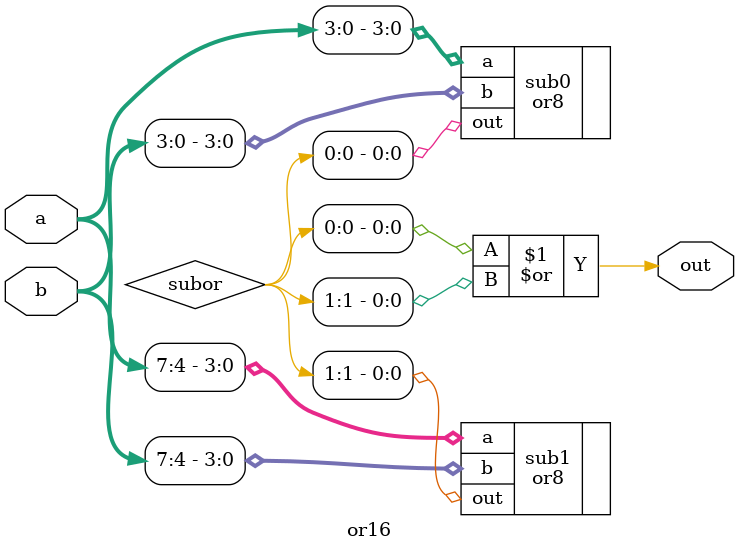
<source format=v>
module or16 (a, b, out);
    
    input [7:0] a;
    input [7:0] b;
    
    output out;
    
    wire [1:0] subor;
    
    or8 sub0 (.a(a[3:0]), .b(b[3:0]), .out(subor[0]));
    or8 sub1 (.a(a[7:4]), .b(b[7:4]), .out(subor[1]));
    
    assign out = subor[0] | subor[1];
    
endmodule

</source>
